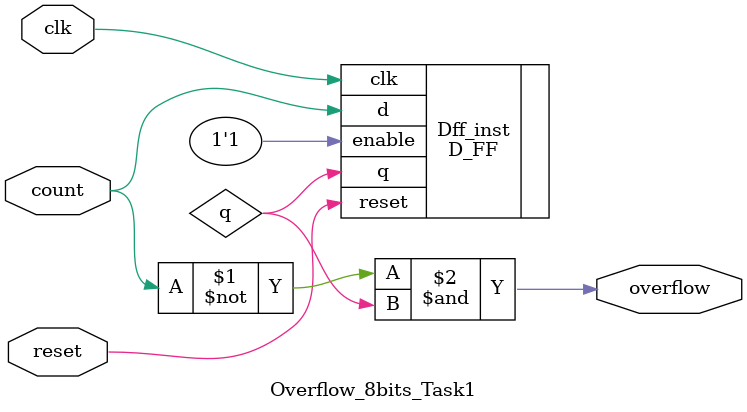
<source format=sv>
`timescale 1ns / 1ps


module Overflow_8bits_Task1(
    input logic  count,
    input logic clk, 
    input logic reset, 
    output logic overflow
    ); 
    
    logic q; 
    
    D_FF#(.n(1)) Dff_inst( 
    .d(count), 
    .reset(reset), 
    .enable(1'b1), 
    .clk(clk), 
    .q(q)

    );    
    
    assign overflow = ~count & q;
    
endmodule




</source>
